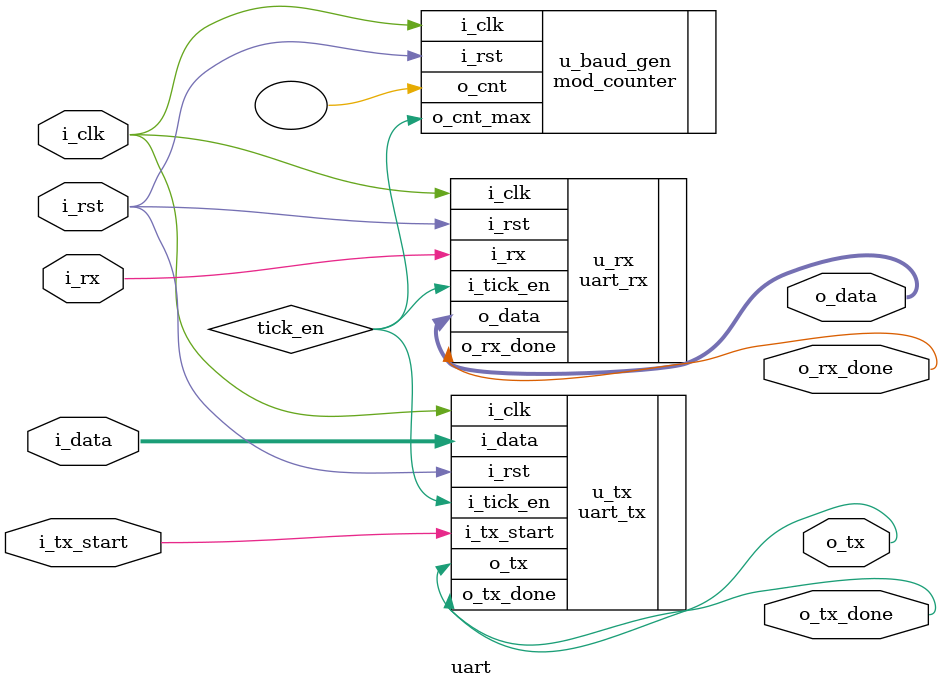
<source format=v>
`timescale 1ns / 1ps

module uart #(
    parameter DATA_BITS = 8
)(
    input wire                  i_clk,
    input wire                  i_rst,
    input wire                  i_rx,
    input wire                  i_tx_start,
    input wire  [DATA_BITS-1:0] i_data,
    output wire                 o_tx,
    output wire                 o_rx_done,
    output wire                 o_tx_done,
    output wire [DATA_BITS-1:0] o_data
);

    localparam TICKS_PER_BIT = 16;

    /*  CLK_RATE  = 100 MHz
        BAUD_RATE = 115200
        
        N = CLK_RATE / (TICKS_PER_BIT * BAUD_RATE)
    */
    localparam N = 54;

    wire tick_en;

    mod_counter #(
        .MODULO(N)
    ) u_baud_gen (
        .i_clk(i_clk),
        .i_rst(i_rst),
        .o_cnt(),
        .o_cnt_max(tick_en)
    );

    uart_rx #(
        .DATA_BITS(DATA_BITS),
        .TICKS_PER_BIT(TICKS_PER_BIT)
    ) u_rx (
        .i_clk(i_clk),
        .i_rst(i_rst),
        .i_rx(i_rx),
        .i_tick_en(tick_en),
        .o_rx_done(o_rx_done),
        .o_data(o_data)
    );

    uart_tx #(
        .DATA_BITS(DATA_BITS),
        .TICKS_PER_BIT(TICKS_PER_BIT)
    ) u_tx (
        .i_clk(i_clk),
        .i_rst(i_rst),
        .i_tx_start(i_tx_start),
        .i_tick_en(tick_en),
        .i_data(i_data),
        .o_tx(o_tx),
        .o_tx_done(o_tx_done)
    );

endmodule

</source>
